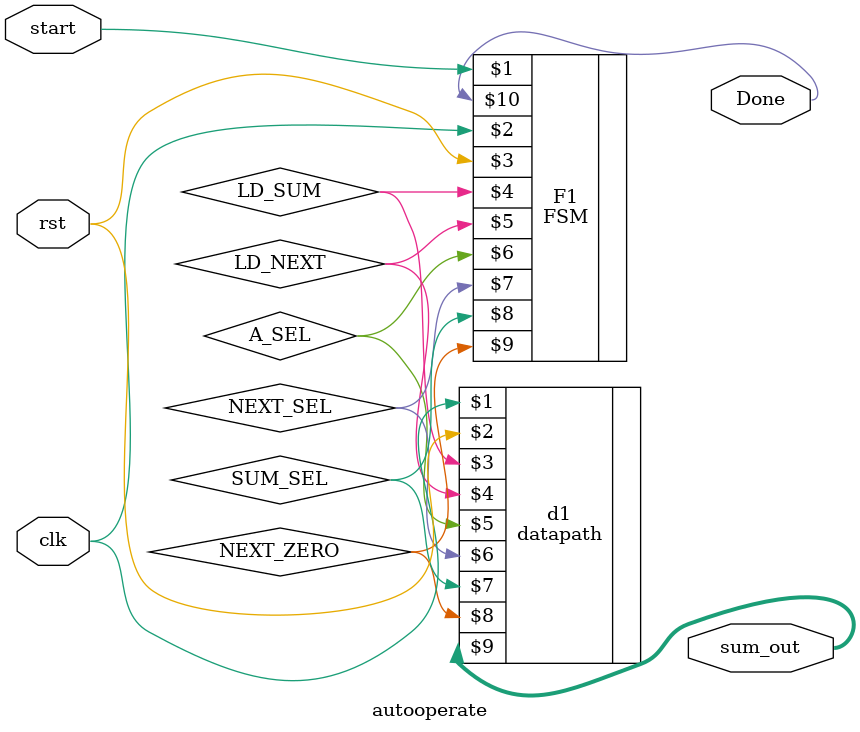
<source format=v>
`timescale 1ns / 1ps

module autooperate(clk,rst,start,Done,sum_out);
    parameter N = 32;
    input clk,rst,start;
    output Done;
    output [N-1:0] sum_out;
    wire NEXT_ZERO;
    wire A_SEL,NEXT_SEL,SUM_SEL,LD_SUM,LD_NEXT;
    FSM
        F1(start,clk,rst,LD_SUM,LD_NEXT,A_SEL,NEXT_SEL,SUM_SEL,NEXT_ZERO,Done);
    datapath
        d1(clk,rst,LD_SUM,LD_NEXT,A_SEL,NEXT_SEL,SUM_SEL,NEXT_ZERO,sum_out);
endmodule

</source>
